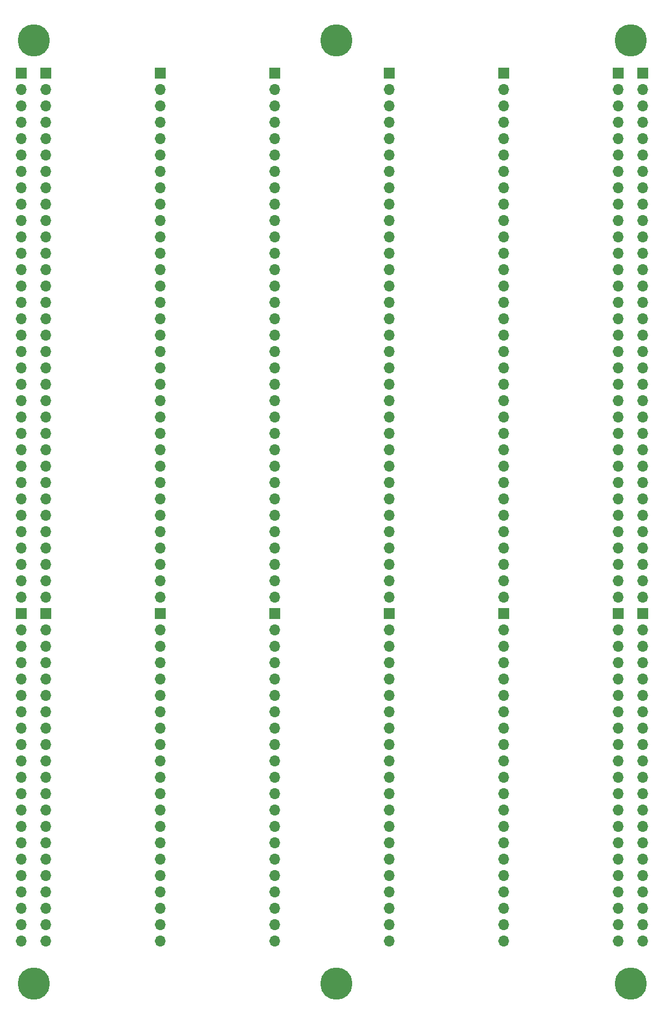
<source format=gbr>
%TF.GenerationSoftware,KiCad,Pcbnew,6.0.2+dfsg-1*%
%TF.CreationDate,2024-07-15T20:38:23+02:00*%
%TF.ProjectId,BUS_Rebuild,4255535f-5265-4627-9569-6c642e6b6963,rev?*%
%TF.SameCoordinates,Original*%
%TF.FileFunction,Soldermask,Top*%
%TF.FilePolarity,Negative*%
%FSLAX46Y46*%
G04 Gerber Fmt 4.6, Leading zero omitted, Abs format (unit mm)*
G04 Created by KiCad (PCBNEW 6.0.2+dfsg-1) date 2024-07-15 20:38:23*
%MOMM*%
%LPD*%
G01*
G04 APERTURE LIST*
%ADD10C,5.000000*%
%ADD11R,1.700000X1.700000*%
%ADD12O,1.700000X1.700000*%
G04 APERTURE END LIST*
D10*
%TO.C,REF\u002A\u002A*%
X29845000Y-174220000D03*
%TD*%
%TO.C,REF\u002A\u002A*%
X76835000Y-174220000D03*
%TD*%
%TO.C,REF\u002A\u002A*%
X122555000Y-174220000D03*
%TD*%
%TO.C,REF\u002A\u002A*%
X29845000Y-27940000D03*
%TD*%
%TO.C,REF\u002A\u002A*%
X76835000Y-27940000D03*
%TD*%
%TO.C,REF\u002A\u002A*%
X122555000Y-27940000D03*
%TD*%
D11*
%TO.C,J4_A1*%
X67310000Y-33020000D03*
D12*
X67310000Y-35560000D03*
X67310000Y-38100000D03*
X67310000Y-40640000D03*
X67310000Y-43180000D03*
X67310000Y-45720000D03*
X67310000Y-48260000D03*
X67310000Y-50800000D03*
X67310000Y-53340000D03*
X67310000Y-55880000D03*
X67310000Y-58420000D03*
X67310000Y-60960000D03*
X67310000Y-63500000D03*
X67310000Y-66040000D03*
X67310000Y-68580000D03*
X67310000Y-71120000D03*
X67310000Y-73660000D03*
X67310000Y-76200000D03*
X67310000Y-78740000D03*
X67310000Y-81280000D03*
X67310000Y-83820000D03*
X67310000Y-86360000D03*
X67310000Y-88900000D03*
X67310000Y-91440000D03*
X67310000Y-93980000D03*
X67310000Y-96520000D03*
X67310000Y-99060000D03*
X67310000Y-101600000D03*
X67310000Y-104140000D03*
X67310000Y-106680000D03*
X67310000Y-109220000D03*
X67310000Y-111760000D03*
X67310000Y-114300000D03*
%TD*%
D11*
%TO.C,J8_A1*%
X124460000Y-33020000D03*
D12*
X124460000Y-35560000D03*
X124460000Y-38100000D03*
X124460000Y-40640000D03*
X124460000Y-43180000D03*
X124460000Y-45720000D03*
X124460000Y-48260000D03*
X124460000Y-50800000D03*
X124460000Y-53340000D03*
X124460000Y-55880000D03*
X124460000Y-58420000D03*
X124460000Y-60960000D03*
X124460000Y-63500000D03*
X124460000Y-66040000D03*
X124460000Y-68580000D03*
X124460000Y-71120000D03*
X124460000Y-73660000D03*
X124460000Y-76200000D03*
X124460000Y-78740000D03*
X124460000Y-81280000D03*
X124460000Y-83820000D03*
X124460000Y-86360000D03*
X124460000Y-88900000D03*
X124460000Y-91440000D03*
X124460000Y-93980000D03*
X124460000Y-96520000D03*
X124460000Y-99060000D03*
X124460000Y-101600000D03*
X124460000Y-104140000D03*
X124460000Y-106680000D03*
X124460000Y-109220000D03*
X124460000Y-111760000D03*
X124460000Y-114300000D03*
%TD*%
D11*
%TO.C,J2_A1*%
X31750000Y-33020000D03*
D12*
X31750000Y-35560000D03*
X31750000Y-38100000D03*
X31750000Y-40640000D03*
X31750000Y-43180000D03*
X31750000Y-45720000D03*
X31750000Y-48260000D03*
X31750000Y-50800000D03*
X31750000Y-53340000D03*
X31750000Y-55880000D03*
X31750000Y-58420000D03*
X31750000Y-60960000D03*
X31750000Y-63500000D03*
X31750000Y-66040000D03*
X31750000Y-68580000D03*
X31750000Y-71120000D03*
X31750000Y-73660000D03*
X31750000Y-76200000D03*
X31750000Y-78740000D03*
X31750000Y-81280000D03*
X31750000Y-83820000D03*
X31750000Y-86360000D03*
X31750000Y-88900000D03*
X31750000Y-91440000D03*
X31750000Y-93980000D03*
X31750000Y-96520000D03*
X31750000Y-99060000D03*
X31750000Y-101600000D03*
X31750000Y-104140000D03*
X31750000Y-106680000D03*
X31750000Y-109220000D03*
X31750000Y-111760000D03*
X31750000Y-114300000D03*
%TD*%
D11*
%TO.C,J6_B1*%
X102870000Y-116840000D03*
D12*
X102870000Y-119380000D03*
X102870000Y-121920000D03*
X102870000Y-124460000D03*
X102870000Y-127000000D03*
X102870000Y-129540000D03*
X102870000Y-132080000D03*
X102870000Y-134620000D03*
X102870000Y-137160000D03*
X102870000Y-139700000D03*
X102870000Y-142240000D03*
X102870000Y-144780000D03*
X102870000Y-147320000D03*
X102870000Y-149860000D03*
X102870000Y-152400000D03*
X102870000Y-154940000D03*
X102870000Y-157480000D03*
X102870000Y-160020000D03*
X102870000Y-162560000D03*
X102870000Y-165100000D03*
X102870000Y-167640000D03*
%TD*%
D11*
%TO.C,J7_B1*%
X120650000Y-116840000D03*
D12*
X120650000Y-119380000D03*
X120650000Y-121920000D03*
X120650000Y-124460000D03*
X120650000Y-127000000D03*
X120650000Y-129540000D03*
X120650000Y-132080000D03*
X120650000Y-134620000D03*
X120650000Y-137160000D03*
X120650000Y-139700000D03*
X120650000Y-142240000D03*
X120650000Y-144780000D03*
X120650000Y-147320000D03*
X120650000Y-149860000D03*
X120650000Y-152400000D03*
X120650000Y-154940000D03*
X120650000Y-157480000D03*
X120650000Y-160020000D03*
X120650000Y-162560000D03*
X120650000Y-165100000D03*
X120650000Y-167640000D03*
%TD*%
D11*
%TO.C,J3_B1*%
X49530000Y-116840000D03*
D12*
X49530000Y-119380000D03*
X49530000Y-121920000D03*
X49530000Y-124460000D03*
X49530000Y-127000000D03*
X49530000Y-129540000D03*
X49530000Y-132080000D03*
X49530000Y-134620000D03*
X49530000Y-137160000D03*
X49530000Y-139700000D03*
X49530000Y-142240000D03*
X49530000Y-144780000D03*
X49530000Y-147320000D03*
X49530000Y-149860000D03*
X49530000Y-152400000D03*
X49530000Y-154940000D03*
X49530000Y-157480000D03*
X49530000Y-160020000D03*
X49530000Y-162560000D03*
X49530000Y-165100000D03*
X49530000Y-167640000D03*
%TD*%
D11*
%TO.C,J1_A1*%
X27940000Y-33020000D03*
D12*
X27940000Y-35560000D03*
X27940000Y-38100000D03*
X27940000Y-40640000D03*
X27940000Y-43180000D03*
X27940000Y-45720000D03*
X27940000Y-48260000D03*
X27940000Y-50800000D03*
X27940000Y-53340000D03*
X27940000Y-55880000D03*
X27940000Y-58420000D03*
X27940000Y-60960000D03*
X27940000Y-63500000D03*
X27940000Y-66040000D03*
X27940000Y-68580000D03*
X27940000Y-71120000D03*
X27940000Y-73660000D03*
X27940000Y-76200000D03*
X27940000Y-78740000D03*
X27940000Y-81280000D03*
X27940000Y-83820000D03*
X27940000Y-86360000D03*
X27940000Y-88900000D03*
X27940000Y-91440000D03*
X27940000Y-93980000D03*
X27940000Y-96520000D03*
X27940000Y-99060000D03*
X27940000Y-101600000D03*
X27940000Y-104140000D03*
X27940000Y-106680000D03*
X27940000Y-109220000D03*
X27940000Y-111760000D03*
X27940000Y-114300000D03*
%TD*%
D11*
%TO.C,J1_B1*%
X27940000Y-116840000D03*
D12*
X27940000Y-119380000D03*
X27940000Y-121920000D03*
X27940000Y-124460000D03*
X27940000Y-127000000D03*
X27940000Y-129540000D03*
X27940000Y-132080000D03*
X27940000Y-134620000D03*
X27940000Y-137160000D03*
X27940000Y-139700000D03*
X27940000Y-142240000D03*
X27940000Y-144780000D03*
X27940000Y-147320000D03*
X27940000Y-149860000D03*
X27940000Y-152400000D03*
X27940000Y-154940000D03*
X27940000Y-157480000D03*
X27940000Y-160020000D03*
X27940000Y-162560000D03*
X27940000Y-165100000D03*
X27940000Y-167640000D03*
%TD*%
D11*
%TO.C,J4_B1*%
X67310000Y-116840000D03*
D12*
X67310000Y-119380000D03*
X67310000Y-121920000D03*
X67310000Y-124460000D03*
X67310000Y-127000000D03*
X67310000Y-129540000D03*
X67310000Y-132080000D03*
X67310000Y-134620000D03*
X67310000Y-137160000D03*
X67310000Y-139700000D03*
X67310000Y-142240000D03*
X67310000Y-144780000D03*
X67310000Y-147320000D03*
X67310000Y-149860000D03*
X67310000Y-152400000D03*
X67310000Y-154940000D03*
X67310000Y-157480000D03*
X67310000Y-160020000D03*
X67310000Y-162560000D03*
X67310000Y-165100000D03*
X67310000Y-167640000D03*
%TD*%
D11*
%TO.C,J2_B1*%
X31750000Y-116840000D03*
D12*
X31750000Y-119380000D03*
X31750000Y-121920000D03*
X31750000Y-124460000D03*
X31750000Y-127000000D03*
X31750000Y-129540000D03*
X31750000Y-132080000D03*
X31750000Y-134620000D03*
X31750000Y-137160000D03*
X31750000Y-139700000D03*
X31750000Y-142240000D03*
X31750000Y-144780000D03*
X31750000Y-147320000D03*
X31750000Y-149860000D03*
X31750000Y-152400000D03*
X31750000Y-154940000D03*
X31750000Y-157480000D03*
X31750000Y-160020000D03*
X31750000Y-162560000D03*
X31750000Y-165100000D03*
X31750000Y-167640000D03*
%TD*%
D11*
%TO.C,J3_A1*%
X49530000Y-33020000D03*
D12*
X49530000Y-35560000D03*
X49530000Y-38100000D03*
X49530000Y-40640000D03*
X49530000Y-43180000D03*
X49530000Y-45720000D03*
X49530000Y-48260000D03*
X49530000Y-50800000D03*
X49530000Y-53340000D03*
X49530000Y-55880000D03*
X49530000Y-58420000D03*
X49530000Y-60960000D03*
X49530000Y-63500000D03*
X49530000Y-66040000D03*
X49530000Y-68580000D03*
X49530000Y-71120000D03*
X49530000Y-73660000D03*
X49530000Y-76200000D03*
X49530000Y-78740000D03*
X49530000Y-81280000D03*
X49530000Y-83820000D03*
X49530000Y-86360000D03*
X49530000Y-88900000D03*
X49530000Y-91440000D03*
X49530000Y-93980000D03*
X49530000Y-96520000D03*
X49530000Y-99060000D03*
X49530000Y-101600000D03*
X49530000Y-104140000D03*
X49530000Y-106680000D03*
X49530000Y-109220000D03*
X49530000Y-111760000D03*
X49530000Y-114300000D03*
%TD*%
D11*
%TO.C,J5_A1*%
X85090000Y-33020000D03*
D12*
X85090000Y-35560000D03*
X85090000Y-38100000D03*
X85090000Y-40640000D03*
X85090000Y-43180000D03*
X85090000Y-45720000D03*
X85090000Y-48260000D03*
X85090000Y-50800000D03*
X85090000Y-53340000D03*
X85090000Y-55880000D03*
X85090000Y-58420000D03*
X85090000Y-60960000D03*
X85090000Y-63500000D03*
X85090000Y-66040000D03*
X85090000Y-68580000D03*
X85090000Y-71120000D03*
X85090000Y-73660000D03*
X85090000Y-76200000D03*
X85090000Y-78740000D03*
X85090000Y-81280000D03*
X85090000Y-83820000D03*
X85090000Y-86360000D03*
X85090000Y-88900000D03*
X85090000Y-91440000D03*
X85090000Y-93980000D03*
X85090000Y-96520000D03*
X85090000Y-99060000D03*
X85090000Y-101600000D03*
X85090000Y-104140000D03*
X85090000Y-106680000D03*
X85090000Y-109220000D03*
X85090000Y-111760000D03*
X85090000Y-114300000D03*
%TD*%
D11*
%TO.C,J7_A1*%
X120650000Y-33020000D03*
D12*
X120650000Y-35560000D03*
X120650000Y-38100000D03*
X120650000Y-40640000D03*
X120650000Y-43180000D03*
X120650000Y-45720000D03*
X120650000Y-48260000D03*
X120650000Y-50800000D03*
X120650000Y-53340000D03*
X120650000Y-55880000D03*
X120650000Y-58420000D03*
X120650000Y-60960000D03*
X120650000Y-63500000D03*
X120650000Y-66040000D03*
X120650000Y-68580000D03*
X120650000Y-71120000D03*
X120650000Y-73660000D03*
X120650000Y-76200000D03*
X120650000Y-78740000D03*
X120650000Y-81280000D03*
X120650000Y-83820000D03*
X120650000Y-86360000D03*
X120650000Y-88900000D03*
X120650000Y-91440000D03*
X120650000Y-93980000D03*
X120650000Y-96520000D03*
X120650000Y-99060000D03*
X120650000Y-101600000D03*
X120650000Y-104140000D03*
X120650000Y-106680000D03*
X120650000Y-109220000D03*
X120650000Y-111760000D03*
X120650000Y-114300000D03*
%TD*%
D11*
%TO.C,J5_B1*%
X85090000Y-116840000D03*
D12*
X85090000Y-119380000D03*
X85090000Y-121920000D03*
X85090000Y-124460000D03*
X85090000Y-127000000D03*
X85090000Y-129540000D03*
X85090000Y-132080000D03*
X85090000Y-134620000D03*
X85090000Y-137160000D03*
X85090000Y-139700000D03*
X85090000Y-142240000D03*
X85090000Y-144780000D03*
X85090000Y-147320000D03*
X85090000Y-149860000D03*
X85090000Y-152400000D03*
X85090000Y-154940000D03*
X85090000Y-157480000D03*
X85090000Y-160020000D03*
X85090000Y-162560000D03*
X85090000Y-165100000D03*
X85090000Y-167640000D03*
%TD*%
D11*
%TO.C,J8_B1*%
X124460000Y-116840000D03*
D12*
X124460000Y-119380000D03*
X124460000Y-121920000D03*
X124460000Y-124460000D03*
X124460000Y-127000000D03*
X124460000Y-129540000D03*
X124460000Y-132080000D03*
X124460000Y-134620000D03*
X124460000Y-137160000D03*
X124460000Y-139700000D03*
X124460000Y-142240000D03*
X124460000Y-144780000D03*
X124460000Y-147320000D03*
X124460000Y-149860000D03*
X124460000Y-152400000D03*
X124460000Y-154940000D03*
X124460000Y-157480000D03*
X124460000Y-160020000D03*
X124460000Y-162560000D03*
X124460000Y-165100000D03*
X124460000Y-167640000D03*
%TD*%
D11*
%TO.C,J6_A1*%
X102870000Y-33020000D03*
D12*
X102870000Y-35560000D03*
X102870000Y-38100000D03*
X102870000Y-40640000D03*
X102870000Y-43180000D03*
X102870000Y-45720000D03*
X102870000Y-48260000D03*
X102870000Y-50800000D03*
X102870000Y-53340000D03*
X102870000Y-55880000D03*
X102870000Y-58420000D03*
X102870000Y-60960000D03*
X102870000Y-63500000D03*
X102870000Y-66040000D03*
X102870000Y-68580000D03*
X102870000Y-71120000D03*
X102870000Y-73660000D03*
X102870000Y-76200000D03*
X102870000Y-78740000D03*
X102870000Y-81280000D03*
X102870000Y-83820000D03*
X102870000Y-86360000D03*
X102870000Y-88900000D03*
X102870000Y-91440000D03*
X102870000Y-93980000D03*
X102870000Y-96520000D03*
X102870000Y-99060000D03*
X102870000Y-101600000D03*
X102870000Y-104140000D03*
X102870000Y-106680000D03*
X102870000Y-109220000D03*
X102870000Y-111760000D03*
X102870000Y-114300000D03*
%TD*%
M02*

</source>
